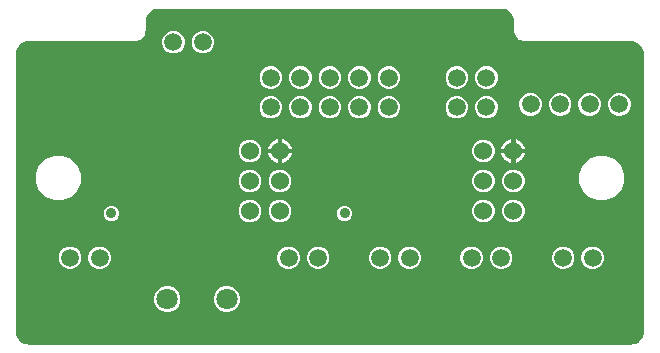
<source format=gbr>
G04 EAGLE Gerber RS-274X export*
G75*
%MOMM*%
%FSLAX34Y34*%
%LPD*%
%INCopper Layer 15*%
%IPPOS*%
%AMOC8*
5,1,8,0,0,1.08239X$1,22.5*%
G01*
%ADD10C,1.508000*%
%ADD11C,1.524000*%
%ADD12C,1.800000*%
%ADD13C,0.906400*%

G36*
X255046Y4007D02*
X255046Y4007D01*
X255087Y4005D01*
X256824Y4157D01*
X256918Y4178D01*
X256995Y4187D01*
X258679Y4638D01*
X258768Y4676D01*
X258843Y4697D01*
X260422Y5434D01*
X260503Y5487D01*
X260573Y5521D01*
X262001Y6521D01*
X262072Y6587D01*
X262134Y6633D01*
X263367Y7866D01*
X263425Y7943D01*
X263479Y7999D01*
X264479Y9427D01*
X264518Y9505D01*
X264563Y9572D01*
X264563Y9573D01*
X264566Y9578D01*
X265029Y10571D01*
X265029Y10572D01*
X265303Y11158D01*
X265331Y11250D01*
X265362Y11321D01*
X265813Y13005D01*
X265825Y13101D01*
X265844Y13176D01*
X265995Y14913D01*
X265993Y14959D01*
X265999Y15000D01*
X265999Y250000D01*
X265993Y250046D01*
X265995Y250087D01*
X265844Y251824D01*
X265822Y251918D01*
X265813Y251995D01*
X265362Y253679D01*
X265324Y253768D01*
X265303Y253843D01*
X264566Y255422D01*
X264513Y255503D01*
X264479Y255573D01*
X263479Y257001D01*
X263413Y257072D01*
X263367Y257134D01*
X262134Y258367D01*
X262057Y258425D01*
X262001Y258479D01*
X260573Y259479D01*
X260487Y259523D01*
X260422Y259566D01*
X258843Y260303D01*
X258750Y260331D01*
X258679Y260362D01*
X256995Y260813D01*
X256899Y260825D01*
X256824Y260844D01*
X255087Y260995D01*
X255041Y260993D01*
X255000Y260999D01*
X165044Y260999D01*
X163438Y261140D01*
X161923Y261546D01*
X160502Y262208D01*
X159217Y263108D01*
X158108Y264217D01*
X157208Y265502D01*
X156546Y266923D01*
X156140Y268438D01*
X155999Y270044D01*
X155999Y277500D01*
X155993Y277546D01*
X155995Y277587D01*
X155844Y279324D01*
X155822Y279418D01*
X155813Y279495D01*
X155362Y281179D01*
X155324Y281268D01*
X155303Y281343D01*
X154566Y282922D01*
X154513Y283003D01*
X154479Y283073D01*
X153479Y284501D01*
X153413Y284572D01*
X153367Y284634D01*
X152134Y285867D01*
X152057Y285925D01*
X152001Y285979D01*
X150573Y286979D01*
X150487Y287023D01*
X150422Y287066D01*
X148843Y287803D01*
X148750Y287831D01*
X148679Y287862D01*
X146995Y288313D01*
X146899Y288325D01*
X146824Y288344D01*
X145087Y288495D01*
X145041Y288493D01*
X145000Y288499D01*
X-145000Y288499D01*
X-145046Y288493D01*
X-145087Y288495D01*
X-146824Y288344D01*
X-146918Y288322D01*
X-146995Y288313D01*
X-148679Y287862D01*
X-148768Y287824D01*
X-148843Y287803D01*
X-150422Y287066D01*
X-150503Y287013D01*
X-150573Y286979D01*
X-152001Y285979D01*
X-152072Y285913D01*
X-152134Y285867D01*
X-153367Y284634D01*
X-153425Y284557D01*
X-153479Y284501D01*
X-154479Y283073D01*
X-154523Y282987D01*
X-154566Y282922D01*
X-154895Y282216D01*
X-155303Y281343D01*
X-155331Y281250D01*
X-155362Y281179D01*
X-155813Y279495D01*
X-155825Y279399D01*
X-155844Y279324D01*
X-155995Y277587D01*
X-155993Y277541D01*
X-155999Y277500D01*
X-155999Y270044D01*
X-156140Y268438D01*
X-156546Y266923D01*
X-156870Y266228D01*
X-157208Y265502D01*
X-158108Y264217D01*
X-159217Y263108D01*
X-160502Y262208D01*
X-161923Y261546D01*
X-163438Y261140D01*
X-165044Y260999D01*
X-255000Y260999D01*
X-255046Y260993D01*
X-255087Y260995D01*
X-256824Y260844D01*
X-256918Y260822D01*
X-256995Y260813D01*
X-258679Y260362D01*
X-258768Y260324D01*
X-258843Y260303D01*
X-260422Y259566D01*
X-260503Y259513D01*
X-260573Y259479D01*
X-262001Y258479D01*
X-262072Y258413D01*
X-262134Y258367D01*
X-263367Y257134D01*
X-263425Y257057D01*
X-263479Y257001D01*
X-264479Y255573D01*
X-264523Y255487D01*
X-264566Y255422D01*
X-264653Y255237D01*
X-264653Y255236D01*
X-265118Y254237D01*
X-265119Y254237D01*
X-265303Y253843D01*
X-265331Y253750D01*
X-265362Y253679D01*
X-265813Y251995D01*
X-265825Y251899D01*
X-265844Y251824D01*
X-265995Y250087D01*
X-265993Y250041D01*
X-265999Y250000D01*
X-265999Y15000D01*
X-265993Y14954D01*
X-265995Y14913D01*
X-265844Y13176D01*
X-265822Y13082D01*
X-265813Y13005D01*
X-265362Y11321D01*
X-265324Y11232D01*
X-265303Y11158D01*
X-264566Y9578D01*
X-264513Y9497D01*
X-264479Y9427D01*
X-263479Y7999D01*
X-263413Y7928D01*
X-263367Y7866D01*
X-262134Y6633D01*
X-262057Y6575D01*
X-262001Y6521D01*
X-260573Y5521D01*
X-260487Y5477D01*
X-260422Y5434D01*
X-258843Y4697D01*
X-258750Y4669D01*
X-258679Y4638D01*
X-256995Y4187D01*
X-256899Y4175D01*
X-256824Y4157D01*
X-255087Y4005D01*
X-255041Y4007D01*
X-255000Y4001D01*
X255000Y4001D01*
X255046Y4007D01*
G37*
%LPC*%
G36*
X226221Y125999D02*
X226221Y125999D01*
X219237Y128892D01*
X213892Y134237D01*
X210999Y141220D01*
X210999Y148779D01*
X213892Y155763D01*
X219237Y161108D01*
X226221Y164001D01*
X233779Y164001D01*
X240763Y161108D01*
X246108Y155763D01*
X249001Y148779D01*
X249001Y141220D01*
X246108Y134237D01*
X240763Y128892D01*
X233779Y125999D01*
X226221Y125999D01*
G37*
%LPD*%
%LPC*%
G36*
X-233779Y125999D02*
X-233779Y125999D01*
X-240763Y128892D01*
X-246108Y134237D01*
X-249001Y141220D01*
X-249001Y148779D01*
X-246108Y155763D01*
X-240763Y161108D01*
X-233779Y164001D01*
X-226221Y164001D01*
X-219237Y161108D01*
X-213892Y155763D01*
X-210999Y148779D01*
X-210999Y141220D01*
X-213892Y134237D01*
X-219237Y128892D01*
X-226221Y125999D01*
X-233779Y125999D01*
G37*
%LPD*%
%LPC*%
G36*
X-139688Y31499D02*
X-139688Y31499D01*
X-143731Y33174D01*
X-146826Y36269D01*
X-148501Y40312D01*
X-148501Y44688D01*
X-146826Y48731D01*
X-143731Y51826D01*
X-139688Y53501D01*
X-135312Y53501D01*
X-131269Y51826D01*
X-128174Y48731D01*
X-126499Y44688D01*
X-126499Y40312D01*
X-128174Y36269D01*
X-131269Y33174D01*
X-135312Y31499D01*
X-139688Y31499D01*
G37*
%LPD*%
%LPC*%
G36*
X-89688Y31499D02*
X-89688Y31499D01*
X-93731Y33174D01*
X-96826Y36269D01*
X-98501Y40312D01*
X-98501Y44688D01*
X-96826Y48731D01*
X-93731Y51826D01*
X-89688Y53501D01*
X-85312Y53501D01*
X-81269Y51826D01*
X-78174Y48731D01*
X-76499Y44688D01*
X-76499Y40312D01*
X-78174Y36269D01*
X-81269Y33174D01*
X-85312Y31499D01*
X-89688Y31499D01*
G37*
%LPD*%
%LPC*%
G36*
X-69614Y158279D02*
X-69614Y158279D01*
X-73150Y159744D01*
X-75856Y162450D01*
X-77321Y165986D01*
X-77321Y169814D01*
X-75856Y173350D01*
X-73150Y176056D01*
X-69614Y177521D01*
X-65786Y177521D01*
X-62250Y176056D01*
X-59544Y173350D01*
X-58079Y169814D01*
X-58079Y165986D01*
X-59544Y162450D01*
X-62250Y159744D01*
X-65786Y158279D01*
X-69614Y158279D01*
G37*
%LPD*%
%LPC*%
G36*
X153286Y107479D02*
X153286Y107479D01*
X149750Y108944D01*
X147044Y111650D01*
X145579Y115186D01*
X145579Y119014D01*
X147044Y122550D01*
X149750Y125256D01*
X153286Y126721D01*
X157114Y126721D01*
X160650Y125256D01*
X163356Y122550D01*
X164821Y119014D01*
X164821Y115186D01*
X163356Y111650D01*
X160650Y108944D01*
X157114Y107479D01*
X153286Y107479D01*
G37*
%LPD*%
%LPC*%
G36*
X153286Y132879D02*
X153286Y132879D01*
X149750Y134344D01*
X147044Y137050D01*
X145579Y140586D01*
X145579Y144414D01*
X147044Y147950D01*
X149750Y150656D01*
X153286Y152121D01*
X157114Y152121D01*
X160650Y150656D01*
X163356Y147950D01*
X164821Y144414D01*
X164821Y140586D01*
X163356Y137050D01*
X160650Y134344D01*
X157114Y132879D01*
X153286Y132879D01*
G37*
%LPD*%
%LPC*%
G36*
X-44214Y132879D02*
X-44214Y132879D01*
X-47750Y134344D01*
X-50456Y137050D01*
X-51921Y140586D01*
X-51921Y144414D01*
X-50456Y147950D01*
X-47750Y150656D01*
X-44214Y152121D01*
X-40386Y152121D01*
X-36850Y150656D01*
X-34144Y147950D01*
X-32679Y144414D01*
X-32679Y140586D01*
X-34144Y137050D01*
X-36850Y134344D01*
X-40386Y132879D01*
X-44214Y132879D01*
G37*
%LPD*%
%LPC*%
G36*
X127886Y132879D02*
X127886Y132879D01*
X124350Y134344D01*
X121644Y137050D01*
X120179Y140586D01*
X120179Y144414D01*
X121644Y147950D01*
X124350Y150656D01*
X127886Y152121D01*
X131714Y152121D01*
X135250Y150656D01*
X137956Y147950D01*
X139421Y144414D01*
X139421Y140586D01*
X137956Y137050D01*
X135250Y134344D01*
X131714Y132879D01*
X127886Y132879D01*
G37*
%LPD*%
%LPC*%
G36*
X-69614Y107479D02*
X-69614Y107479D01*
X-73150Y108944D01*
X-75856Y111650D01*
X-77321Y115186D01*
X-77321Y119014D01*
X-75856Y122550D01*
X-73150Y125256D01*
X-69614Y126721D01*
X-65786Y126721D01*
X-62250Y125256D01*
X-59544Y122550D01*
X-58079Y119014D01*
X-58079Y115186D01*
X-59544Y111650D01*
X-62250Y108944D01*
X-65786Y107479D01*
X-69614Y107479D01*
G37*
%LPD*%
%LPC*%
G36*
X127886Y158279D02*
X127886Y158279D01*
X124350Y159744D01*
X121644Y162450D01*
X120179Y165986D01*
X120179Y169814D01*
X121644Y173350D01*
X124350Y176056D01*
X127886Y177521D01*
X131714Y177521D01*
X135250Y176056D01*
X137956Y173350D01*
X139421Y169814D01*
X139421Y165986D01*
X137956Y162450D01*
X135250Y159744D01*
X131714Y158279D01*
X127886Y158279D01*
G37*
%LPD*%
%LPC*%
G36*
X-69614Y132879D02*
X-69614Y132879D01*
X-73150Y134344D01*
X-75856Y137050D01*
X-77321Y140586D01*
X-77321Y144414D01*
X-75856Y147950D01*
X-73150Y150656D01*
X-69614Y152121D01*
X-65786Y152121D01*
X-62250Y150656D01*
X-59544Y147950D01*
X-58079Y144414D01*
X-58079Y140586D01*
X-59544Y137050D01*
X-62250Y134344D01*
X-65786Y132879D01*
X-69614Y132879D01*
G37*
%LPD*%
%LPC*%
G36*
X127886Y107479D02*
X127886Y107479D01*
X124350Y108944D01*
X121644Y111650D01*
X120179Y115186D01*
X120179Y119014D01*
X121644Y122550D01*
X124350Y125256D01*
X127886Y126721D01*
X131714Y126721D01*
X135250Y125256D01*
X137956Y122550D01*
X139421Y119014D01*
X139421Y115186D01*
X137956Y111650D01*
X135250Y108944D01*
X131714Y107479D01*
X127886Y107479D01*
G37*
%LPD*%
%LPC*%
G36*
X-44214Y107479D02*
X-44214Y107479D01*
X-47750Y108944D01*
X-50456Y111650D01*
X-51921Y115186D01*
X-51921Y119014D01*
X-50456Y122550D01*
X-47750Y125256D01*
X-44214Y126721D01*
X-40386Y126721D01*
X-36850Y125256D01*
X-34144Y122550D01*
X-32679Y119014D01*
X-32679Y115186D01*
X-34144Y111650D01*
X-36850Y108944D01*
X-40386Y107479D01*
X-44214Y107479D01*
G37*
%LPD*%
%LPC*%
G36*
X105602Y220459D02*
X105602Y220459D01*
X102096Y221912D01*
X99412Y224596D01*
X97959Y228102D01*
X97959Y231898D01*
X99412Y235404D01*
X102096Y238088D01*
X105602Y239541D01*
X109398Y239541D01*
X112904Y238088D01*
X115588Y235404D01*
X117041Y231898D01*
X117041Y228102D01*
X115588Y224596D01*
X112904Y221912D01*
X109398Y220459D01*
X105602Y220459D01*
G37*
%LPD*%
%LPC*%
G36*
X23102Y220459D02*
X23102Y220459D01*
X19596Y221912D01*
X16912Y224596D01*
X15459Y228102D01*
X15459Y231898D01*
X16912Y235404D01*
X19596Y238088D01*
X23102Y239541D01*
X26898Y239541D01*
X30404Y238088D01*
X33088Y235404D01*
X34541Y231898D01*
X34541Y228102D01*
X33088Y224596D01*
X30404Y221912D01*
X26898Y220459D01*
X23102Y220459D01*
G37*
%LPD*%
%LPC*%
G36*
X-51898Y220459D02*
X-51898Y220459D01*
X-55404Y221912D01*
X-58088Y224596D01*
X-59541Y228102D01*
X-59541Y231898D01*
X-58088Y235404D01*
X-55404Y238088D01*
X-51898Y239541D01*
X-48102Y239541D01*
X-44596Y238088D01*
X-41912Y235404D01*
X-40459Y231898D01*
X-40459Y228102D01*
X-41912Y224596D01*
X-44596Y221912D01*
X-48102Y220459D01*
X-51898Y220459D01*
G37*
%LPD*%
%LPC*%
G36*
X243102Y197959D02*
X243102Y197959D01*
X239596Y199412D01*
X236912Y202096D01*
X235459Y205602D01*
X235459Y209398D01*
X236912Y212904D01*
X239596Y215588D01*
X243102Y217041D01*
X246898Y217041D01*
X250404Y215588D01*
X253088Y212904D01*
X254541Y209398D01*
X254541Y205602D01*
X253088Y202096D01*
X250404Y199412D01*
X246898Y197959D01*
X243102Y197959D01*
G37*
%LPD*%
%LPC*%
G36*
X218102Y197959D02*
X218102Y197959D01*
X214596Y199412D01*
X211912Y202096D01*
X210459Y205602D01*
X210459Y209398D01*
X211912Y212904D01*
X214596Y215588D01*
X218102Y217041D01*
X221898Y217041D01*
X225404Y215588D01*
X228088Y212904D01*
X229541Y209398D01*
X229541Y205602D01*
X228088Y202096D01*
X225404Y199412D01*
X221898Y197959D01*
X218102Y197959D01*
G37*
%LPD*%
%LPC*%
G36*
X193102Y197959D02*
X193102Y197959D01*
X189596Y199412D01*
X186912Y202096D01*
X185459Y205602D01*
X185459Y209398D01*
X186912Y212904D01*
X189596Y215588D01*
X193102Y217041D01*
X196898Y217041D01*
X200404Y215588D01*
X203088Y212904D01*
X204541Y209398D01*
X204541Y205602D01*
X203088Y202096D01*
X200404Y199412D01*
X196898Y197959D01*
X193102Y197959D01*
G37*
%LPD*%
%LPC*%
G36*
X168102Y197959D02*
X168102Y197959D01*
X164596Y199412D01*
X161912Y202096D01*
X160459Y205602D01*
X160459Y209398D01*
X161912Y212904D01*
X164596Y215588D01*
X168102Y217041D01*
X171898Y217041D01*
X175404Y215588D01*
X178088Y212904D01*
X179541Y209398D01*
X179541Y205602D01*
X178088Y202096D01*
X175404Y199412D01*
X171898Y197959D01*
X168102Y197959D01*
G37*
%LPD*%
%LPC*%
G36*
X130602Y195459D02*
X130602Y195459D01*
X127096Y196912D01*
X124412Y199596D01*
X122959Y203102D01*
X122959Y206898D01*
X124412Y210404D01*
X127096Y213088D01*
X130602Y214541D01*
X134398Y214541D01*
X137904Y213088D01*
X140588Y210404D01*
X142041Y206898D01*
X142041Y203102D01*
X140588Y199596D01*
X137904Y196912D01*
X134398Y195459D01*
X130602Y195459D01*
G37*
%LPD*%
%LPC*%
G36*
X105602Y195459D02*
X105602Y195459D01*
X102096Y196912D01*
X99412Y199596D01*
X97959Y203102D01*
X97959Y206898D01*
X99412Y210404D01*
X102096Y213088D01*
X105602Y214541D01*
X109398Y214541D01*
X112904Y213088D01*
X115588Y210404D01*
X117041Y206898D01*
X117041Y203102D01*
X115588Y199596D01*
X112904Y196912D01*
X109398Y195459D01*
X105602Y195459D01*
G37*
%LPD*%
%LPC*%
G36*
X48102Y195459D02*
X48102Y195459D01*
X44596Y196912D01*
X41912Y199596D01*
X40459Y203102D01*
X40459Y206898D01*
X41912Y210404D01*
X44596Y213088D01*
X48102Y214541D01*
X51898Y214541D01*
X55404Y213088D01*
X58088Y210404D01*
X59541Y206898D01*
X59541Y203102D01*
X58088Y199596D01*
X55404Y196912D01*
X51898Y195459D01*
X48102Y195459D01*
G37*
%LPD*%
%LPC*%
G36*
X23102Y195459D02*
X23102Y195459D01*
X19596Y196912D01*
X16912Y199596D01*
X15459Y203102D01*
X15459Y206898D01*
X16912Y210404D01*
X19596Y213088D01*
X23102Y214541D01*
X26898Y214541D01*
X30404Y213088D01*
X33088Y210404D01*
X34541Y206898D01*
X34541Y203102D01*
X33088Y199596D01*
X30404Y196912D01*
X26898Y195459D01*
X23102Y195459D01*
G37*
%LPD*%
%LPC*%
G36*
X-26898Y195459D02*
X-26898Y195459D01*
X-30404Y196912D01*
X-33088Y199596D01*
X-34541Y203102D01*
X-34541Y206898D01*
X-33088Y210404D01*
X-30404Y213088D01*
X-26898Y214541D01*
X-23102Y214541D01*
X-19596Y213088D01*
X-16912Y210404D01*
X-15459Y206898D01*
X-15459Y203102D01*
X-16912Y199596D01*
X-19596Y196912D01*
X-23102Y195459D01*
X-26898Y195459D01*
G37*
%LPD*%
%LPC*%
G36*
X-51898Y195459D02*
X-51898Y195459D01*
X-55404Y196912D01*
X-58088Y199596D01*
X-59541Y203102D01*
X-59541Y206898D01*
X-58088Y210404D01*
X-55404Y213088D01*
X-51898Y214541D01*
X-48102Y214541D01*
X-44596Y213088D01*
X-41912Y210404D01*
X-40459Y206898D01*
X-40459Y203102D01*
X-41912Y199596D01*
X-44596Y196912D01*
X-48102Y195459D01*
X-51898Y195459D01*
G37*
%LPD*%
%LPC*%
G36*
X48102Y220459D02*
X48102Y220459D01*
X44596Y221912D01*
X41912Y224596D01*
X40459Y228102D01*
X40459Y231898D01*
X41912Y235404D01*
X44596Y238088D01*
X48102Y239541D01*
X51898Y239541D01*
X55404Y238088D01*
X58088Y235404D01*
X59541Y231898D01*
X59541Y228102D01*
X58088Y224596D01*
X55404Y221912D01*
X51898Y220459D01*
X48102Y220459D01*
G37*
%LPD*%
%LPC*%
G36*
X-109398Y250459D02*
X-109398Y250459D01*
X-112904Y251912D01*
X-115588Y254596D01*
X-117041Y258102D01*
X-117041Y261898D01*
X-115588Y265404D01*
X-112904Y268088D01*
X-109398Y269541D01*
X-105602Y269541D01*
X-102096Y268088D01*
X-99412Y265404D01*
X-97959Y261898D01*
X-97959Y258102D01*
X-99412Y254596D01*
X-102096Y251912D01*
X-105602Y250459D01*
X-109398Y250459D01*
G37*
%LPD*%
%LPC*%
G36*
X-134398Y250459D02*
X-134398Y250459D01*
X-137904Y251912D01*
X-140588Y254596D01*
X-142041Y258102D01*
X-142041Y261898D01*
X-140588Y265404D01*
X-137904Y268088D01*
X-134398Y269541D01*
X-130602Y269541D01*
X-127096Y268088D01*
X-124412Y265404D01*
X-122959Y261898D01*
X-122959Y258102D01*
X-124412Y254596D01*
X-127096Y251912D01*
X-130602Y250459D01*
X-134398Y250459D01*
G37*
%LPD*%
%LPC*%
G36*
X-26898Y220459D02*
X-26898Y220459D01*
X-30404Y221912D01*
X-33088Y224596D01*
X-34541Y228102D01*
X-34541Y231898D01*
X-33088Y235404D01*
X-30404Y238088D01*
X-26898Y239541D01*
X-23102Y239541D01*
X-19596Y238088D01*
X-16912Y235404D01*
X-15459Y231898D01*
X-15459Y228102D01*
X-16912Y224596D01*
X-19596Y221912D01*
X-23102Y220459D01*
X-26898Y220459D01*
G37*
%LPD*%
%LPC*%
G36*
X220602Y67959D02*
X220602Y67959D01*
X217096Y69412D01*
X214412Y72096D01*
X212959Y75602D01*
X212959Y79398D01*
X214412Y82904D01*
X217096Y85588D01*
X220602Y87041D01*
X224398Y87041D01*
X227904Y85588D01*
X230588Y82904D01*
X232041Y79398D01*
X232041Y75602D01*
X230588Y72096D01*
X227904Y69412D01*
X224398Y67959D01*
X220602Y67959D01*
G37*
%LPD*%
%LPC*%
G36*
X195602Y67959D02*
X195602Y67959D01*
X192096Y69412D01*
X189412Y72096D01*
X187959Y75602D01*
X187959Y79398D01*
X189412Y82904D01*
X192096Y85588D01*
X195602Y87041D01*
X199398Y87041D01*
X202904Y85588D01*
X205588Y82904D01*
X207041Y79398D01*
X207041Y75602D01*
X205588Y72096D01*
X202904Y69412D01*
X199398Y67959D01*
X195602Y67959D01*
G37*
%LPD*%
%LPC*%
G36*
X143102Y67959D02*
X143102Y67959D01*
X139596Y69412D01*
X136912Y72096D01*
X135459Y75602D01*
X135459Y79398D01*
X136912Y82904D01*
X139596Y85588D01*
X143102Y87041D01*
X146898Y87041D01*
X150404Y85588D01*
X153088Y82904D01*
X154541Y79398D01*
X154541Y75602D01*
X153088Y72096D01*
X150404Y69412D01*
X146898Y67959D01*
X143102Y67959D01*
G37*
%LPD*%
%LPC*%
G36*
X118102Y67959D02*
X118102Y67959D01*
X114596Y69412D01*
X111912Y72096D01*
X110459Y75602D01*
X110459Y79398D01*
X111912Y82904D01*
X114596Y85588D01*
X118102Y87041D01*
X121898Y87041D01*
X125404Y85588D01*
X128088Y82904D01*
X129541Y79398D01*
X129541Y75602D01*
X128088Y72096D01*
X125404Y69412D01*
X121898Y67959D01*
X118102Y67959D01*
G37*
%LPD*%
%LPC*%
G36*
X40602Y67959D02*
X40602Y67959D01*
X37096Y69412D01*
X34412Y72096D01*
X32959Y75602D01*
X32959Y79398D01*
X34412Y82904D01*
X37096Y85588D01*
X40602Y87041D01*
X44398Y87041D01*
X47904Y85588D01*
X50588Y82904D01*
X52041Y79398D01*
X52041Y75602D01*
X50588Y72096D01*
X47904Y69412D01*
X44398Y67959D01*
X40602Y67959D01*
G37*
%LPD*%
%LPC*%
G36*
X-36898Y67959D02*
X-36898Y67959D01*
X-40404Y69412D01*
X-43088Y72096D01*
X-44541Y75602D01*
X-44541Y79398D01*
X-43088Y82904D01*
X-40404Y85588D01*
X-36898Y87041D01*
X-33102Y87041D01*
X-29596Y85588D01*
X-26912Y82904D01*
X-25459Y79398D01*
X-25459Y75602D01*
X-26912Y72096D01*
X-29596Y69412D01*
X-33102Y67959D01*
X-36898Y67959D01*
G37*
%LPD*%
%LPC*%
G36*
X-196898Y67959D02*
X-196898Y67959D01*
X-200404Y69412D01*
X-203088Y72096D01*
X-204541Y75602D01*
X-204541Y79398D01*
X-203088Y82904D01*
X-200404Y85588D01*
X-196898Y87041D01*
X-193102Y87041D01*
X-189596Y85588D01*
X-186912Y82904D01*
X-185459Y79398D01*
X-185459Y75602D01*
X-186912Y72096D01*
X-189596Y69412D01*
X-193102Y67959D01*
X-196898Y67959D01*
G37*
%LPD*%
%LPC*%
G36*
X-221898Y67959D02*
X-221898Y67959D01*
X-225404Y69412D01*
X-228088Y72096D01*
X-229541Y75602D01*
X-229541Y79398D01*
X-228088Y82904D01*
X-225404Y85588D01*
X-221898Y87041D01*
X-218102Y87041D01*
X-214596Y85588D01*
X-211912Y82904D01*
X-210459Y79398D01*
X-210459Y75602D01*
X-211912Y72096D01*
X-214596Y69412D01*
X-218102Y67959D01*
X-221898Y67959D01*
G37*
%LPD*%
%LPC*%
G36*
X130602Y220459D02*
X130602Y220459D01*
X127096Y221912D01*
X124412Y224596D01*
X122959Y228102D01*
X122959Y231898D01*
X124412Y235404D01*
X127096Y238088D01*
X130602Y239541D01*
X134398Y239541D01*
X137904Y238088D01*
X140588Y235404D01*
X142041Y231898D01*
X142041Y228102D01*
X140588Y224596D01*
X137904Y221912D01*
X134398Y220459D01*
X130602Y220459D01*
G37*
%LPD*%
%LPC*%
G36*
X65602Y67959D02*
X65602Y67959D01*
X62096Y69412D01*
X59412Y72096D01*
X57959Y75602D01*
X57959Y79398D01*
X59412Y82904D01*
X62096Y85588D01*
X65602Y87041D01*
X69398Y87041D01*
X72904Y85588D01*
X75588Y82904D01*
X77041Y79398D01*
X77041Y75602D01*
X75588Y72096D01*
X72904Y69412D01*
X69398Y67959D01*
X65602Y67959D01*
G37*
%LPD*%
%LPC*%
G36*
X-11898Y67959D02*
X-11898Y67959D01*
X-15404Y69412D01*
X-18088Y72096D01*
X-19541Y75602D01*
X-19541Y79398D01*
X-18088Y82904D01*
X-15404Y85588D01*
X-11898Y87041D01*
X-8102Y87041D01*
X-4596Y85588D01*
X-1912Y82904D01*
X-459Y79398D01*
X-459Y75602D01*
X-1912Y72096D01*
X-4596Y69412D01*
X-8102Y67959D01*
X-11898Y67959D01*
G37*
%LPD*%
%LPC*%
G36*
X-1898Y195459D02*
X-1898Y195459D01*
X-5404Y196912D01*
X-8088Y199596D01*
X-9541Y203102D01*
X-9541Y206898D01*
X-8088Y210404D01*
X-5404Y213088D01*
X-1898Y214541D01*
X1898Y214541D01*
X5404Y213088D01*
X8088Y210404D01*
X9541Y206898D01*
X9541Y203102D01*
X8088Y199596D01*
X5404Y196912D01*
X1898Y195459D01*
X-1898Y195459D01*
G37*
%LPD*%
%LPC*%
G36*
X-1898Y220459D02*
X-1898Y220459D01*
X-5404Y221912D01*
X-8088Y224596D01*
X-9541Y228102D01*
X-9541Y231898D01*
X-8088Y235404D01*
X-5404Y238088D01*
X-1898Y239541D01*
X1898Y239541D01*
X5404Y238088D01*
X8088Y235404D01*
X9541Y231898D01*
X9541Y228102D01*
X8088Y224596D01*
X5404Y221912D01*
X1898Y220459D01*
X-1898Y220459D01*
G37*
%LPD*%
%LPC*%
G36*
X11201Y108467D02*
X11201Y108467D01*
X8799Y109462D01*
X6962Y111299D01*
X5967Y113701D01*
X5967Y116299D01*
X6962Y118701D01*
X8799Y120538D01*
X11201Y121533D01*
X13799Y121533D01*
X16201Y120538D01*
X18038Y118701D01*
X19033Y116299D01*
X19033Y113701D01*
X18038Y111299D01*
X16201Y109462D01*
X13799Y108467D01*
X11201Y108467D01*
G37*
%LPD*%
%LPC*%
G36*
X-186299Y108467D02*
X-186299Y108467D01*
X-188701Y109462D01*
X-190538Y111299D01*
X-191533Y113701D01*
X-191533Y116299D01*
X-190538Y118701D01*
X-188701Y120538D01*
X-186299Y121533D01*
X-183701Y121533D01*
X-181299Y120538D01*
X-179462Y118701D01*
X-178467Y116299D01*
X-178467Y113701D01*
X-179462Y111299D01*
X-181299Y109462D01*
X-183701Y108467D01*
X-186299Y108467D01*
G37*
%LPD*%
%LPC*%
G36*
X-52271Y169899D02*
X-52271Y169899D01*
X-52211Y170279D01*
X-51716Y171800D01*
X-50990Y173225D01*
X-50050Y174519D01*
X-48919Y175650D01*
X-47625Y176590D01*
X-46200Y177316D01*
X-44679Y177811D01*
X-44299Y177871D01*
X-44299Y169899D01*
X-52271Y169899D01*
G37*
%LPD*%
%LPC*%
G36*
X157199Y169899D02*
X157199Y169899D01*
X157199Y177871D01*
X157579Y177811D01*
X159100Y177316D01*
X160525Y176590D01*
X161819Y175650D01*
X162950Y174519D01*
X163890Y173225D01*
X164616Y171800D01*
X165111Y170279D01*
X165171Y169899D01*
X157199Y169899D01*
G37*
%LPD*%
%LPC*%
G36*
X-44679Y157989D02*
X-44679Y157989D01*
X-46200Y158484D01*
X-47625Y159210D01*
X-48919Y160150D01*
X-50050Y161281D01*
X-50990Y162575D01*
X-51716Y164000D01*
X-52211Y165521D01*
X-52271Y165901D01*
X-44299Y165901D01*
X-44299Y157929D01*
X-44679Y157989D01*
G37*
%LPD*%
%LPC*%
G36*
X145229Y169899D02*
X145229Y169899D01*
X145289Y170279D01*
X145784Y171800D01*
X146510Y173225D01*
X147450Y174519D01*
X148581Y175650D01*
X149875Y176590D01*
X151300Y177316D01*
X152821Y177811D01*
X153201Y177871D01*
X153201Y169899D01*
X145229Y169899D01*
G37*
%LPD*%
%LPC*%
G36*
X-40301Y169899D02*
X-40301Y169899D01*
X-40301Y177871D01*
X-39921Y177811D01*
X-38400Y177316D01*
X-36975Y176590D01*
X-35681Y175650D01*
X-34550Y174519D01*
X-33610Y173225D01*
X-32884Y171800D01*
X-32389Y170279D01*
X-32329Y169899D01*
X-40301Y169899D01*
G37*
%LPD*%
%LPC*%
G36*
X157199Y165901D02*
X157199Y165901D01*
X165171Y165901D01*
X165111Y165521D01*
X164616Y164000D01*
X163890Y162575D01*
X162950Y161281D01*
X161819Y160150D01*
X160525Y159210D01*
X159100Y158484D01*
X157579Y157989D01*
X157199Y157929D01*
X157199Y165901D01*
G37*
%LPD*%
%LPC*%
G36*
X-40301Y165901D02*
X-40301Y165901D01*
X-32329Y165901D01*
X-32389Y165521D01*
X-32884Y164000D01*
X-33610Y162575D01*
X-34550Y161281D01*
X-35681Y160150D01*
X-36975Y159210D01*
X-38400Y158484D01*
X-39921Y157989D01*
X-40301Y157929D01*
X-40301Y165901D01*
G37*
%LPD*%
%LPC*%
G36*
X152821Y157989D02*
X152821Y157989D01*
X151300Y158484D01*
X149875Y159210D01*
X148581Y160150D01*
X147450Y161281D01*
X146510Y162575D01*
X145784Y164000D01*
X145289Y165521D01*
X145229Y165901D01*
X153201Y165901D01*
X153201Y157929D01*
X152821Y157989D01*
G37*
%LPD*%
%LPC*%
G36*
X155199Y167899D02*
X155199Y167899D01*
X155199Y167901D01*
X155201Y167901D01*
X155201Y167899D01*
X155199Y167899D01*
G37*
%LPD*%
%LPC*%
G36*
X-42301Y167899D02*
X-42301Y167899D01*
X-42301Y167901D01*
X-42299Y167901D01*
X-42299Y167899D01*
X-42301Y167899D01*
G37*
%LPD*%
D10*
X50000Y205000D03*
X25000Y205000D03*
X0Y205000D03*
X-25000Y205000D03*
X-50000Y205000D03*
X50000Y230000D03*
X25000Y230000D03*
X0Y230000D03*
X-25000Y230000D03*
X-50000Y230000D03*
X-35000Y77500D03*
X-10000Y77500D03*
X120000Y77500D03*
X145000Y77500D03*
X42500Y77500D03*
X67500Y77500D03*
X197500Y77500D03*
X222500Y77500D03*
D11*
X-67700Y167900D03*
X-42300Y167900D03*
X-67700Y142500D03*
X-42300Y142500D03*
X-67700Y117100D03*
X-42300Y117100D03*
X129800Y167900D03*
X155200Y167900D03*
X129800Y142500D03*
X155200Y142500D03*
X129800Y117100D03*
X155200Y117100D03*
D10*
X245000Y207500D03*
X220000Y207500D03*
X195000Y207500D03*
X170000Y207500D03*
X132500Y205000D03*
X107500Y205000D03*
X132500Y230000D03*
X107500Y230000D03*
X-132500Y260000D03*
X-107500Y260000D03*
X-220000Y77500D03*
X-195000Y77500D03*
D12*
X-87500Y42500D03*
X-137500Y42500D03*
D13*
X-95000Y115000D03*
X12500Y115000D03*
X-185000Y115000D03*
M02*

</source>
